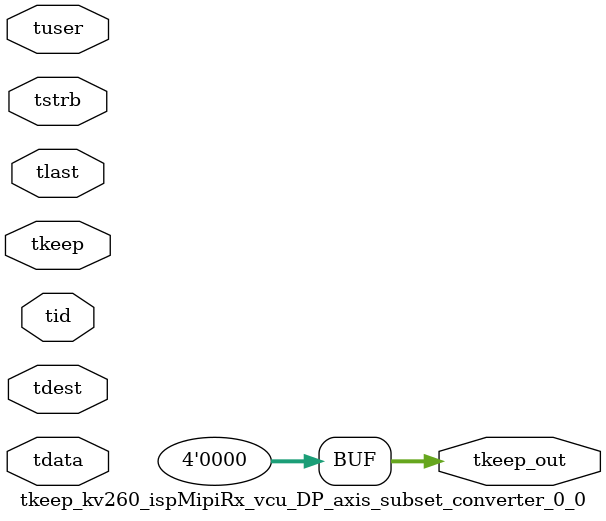
<source format=v>


`timescale 1ps/1ps

module tkeep_kv260_ispMipiRx_vcu_DP_axis_subset_converter_0_0 #
(
parameter C_S_AXIS_TDATA_WIDTH = 32,
parameter C_S_AXIS_TUSER_WIDTH = 0,
parameter C_S_AXIS_TID_WIDTH   = 0,
parameter C_S_AXIS_TDEST_WIDTH = 0,
parameter C_M_AXIS_TDATA_WIDTH = 32
)
(
input  [(C_S_AXIS_TDATA_WIDTH == 0 ? 1 : C_S_AXIS_TDATA_WIDTH)-1:0     ] tdata,
input  [(C_S_AXIS_TUSER_WIDTH == 0 ? 1 : C_S_AXIS_TUSER_WIDTH)-1:0     ] tuser,
input  [(C_S_AXIS_TID_WIDTH   == 0 ? 1 : C_S_AXIS_TID_WIDTH)-1:0       ] tid,
input  [(C_S_AXIS_TDEST_WIDTH == 0 ? 1 : C_S_AXIS_TDEST_WIDTH)-1:0     ] tdest,
input  [(C_S_AXIS_TDATA_WIDTH/8)-1:0 ] tkeep,
input  [(C_S_AXIS_TDATA_WIDTH/8)-1:0 ] tstrb,
input                                                                    tlast,
output [(C_M_AXIS_TDATA_WIDTH/8)-1:0 ] tkeep_out
);

assign tkeep_out = {1'b0};

endmodule


</source>
